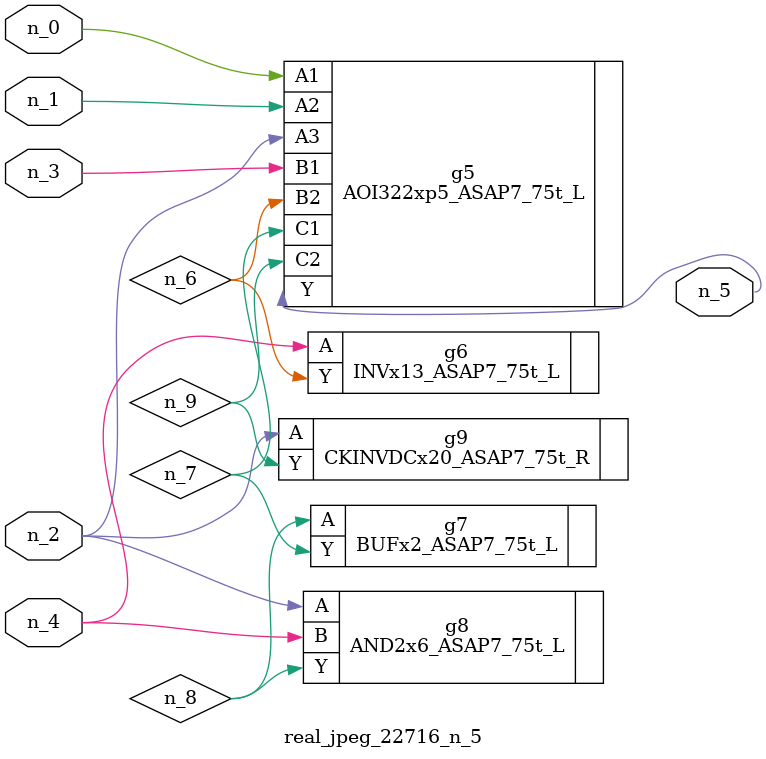
<source format=v>
module real_jpeg_22716_n_5 (n_4, n_0, n_1, n_2, n_3, n_5);

input n_4;
input n_0;
input n_1;
input n_2;
input n_3;

output n_5;

wire n_8;
wire n_6;
wire n_7;
wire n_9;

AOI322xp5_ASAP7_75t_L g5 ( 
.A1(n_0),
.A2(n_1),
.A3(n_2),
.B1(n_3),
.B2(n_6),
.C1(n_7),
.C2(n_9),
.Y(n_5)
);

AND2x6_ASAP7_75t_L g8 ( 
.A(n_2),
.B(n_4),
.Y(n_8)
);

CKINVDCx20_ASAP7_75t_R g9 ( 
.A(n_2),
.Y(n_9)
);

INVx13_ASAP7_75t_L g6 ( 
.A(n_4),
.Y(n_6)
);

BUFx2_ASAP7_75t_L g7 ( 
.A(n_8),
.Y(n_7)
);


endmodule
</source>
